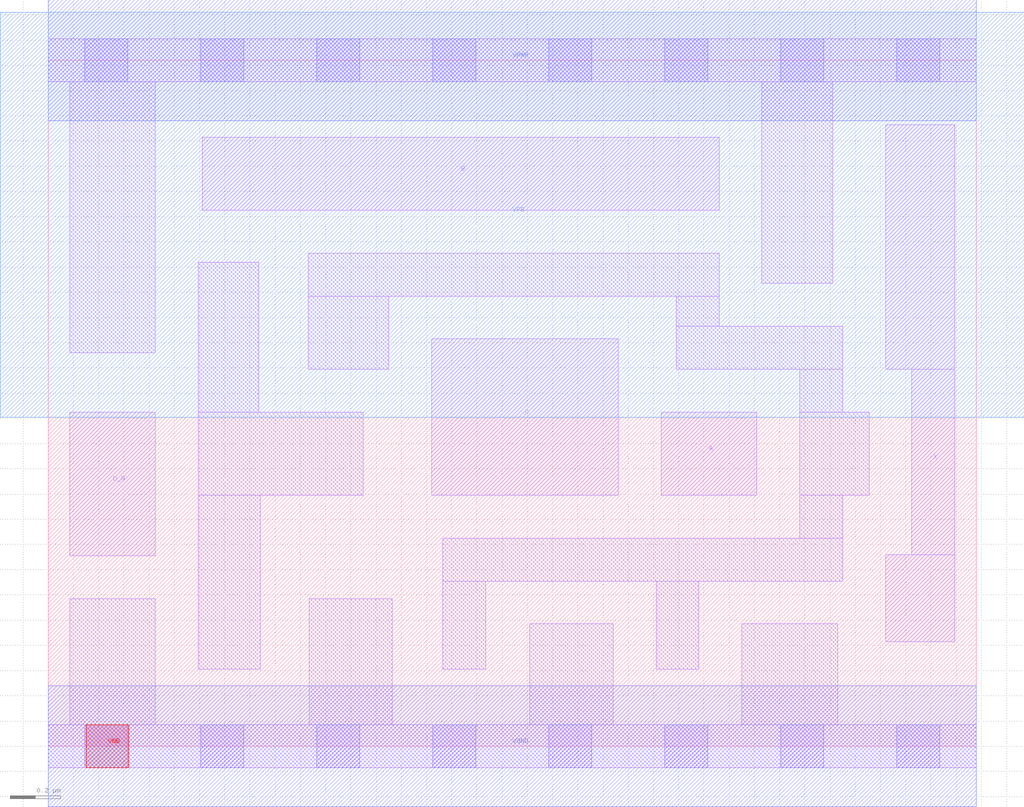
<source format=lef>
# Copyright 2020 The SkyWater PDK Authors
#
# Licensed under the Apache License, Version 2.0 (the "License");
# you may not use this file except in compliance with the License.
# You may obtain a copy of the License at
#
#     https://www.apache.org/licenses/LICENSE-2.0
#
# Unless required by applicable law or agreed to in writing, software
# distributed under the License is distributed on an "AS IS" BASIS,
# WITHOUT WARRANTIES OR CONDITIONS OF ANY KIND, either express or implied.
# See the License for the specific language governing permissions and
# limitations under the License.
#
# SPDX-License-Identifier: Apache-2.0

VERSION 5.7 ;
  NOWIREEXTENSIONATPIN ON ;
  DIVIDERCHAR "/" ;
  BUSBITCHARS "[]" ;
MACRO sky130_fd_sc_hd__or4b_1
  CLASS CORE ;
  FOREIGN sky130_fd_sc_hd__or4b_1 ;
  ORIGIN  0.000000  0.000000 ;
  SIZE  3.680000 BY  2.720000 ;
  SYMMETRY X Y R90 ;
  SITE unithd ;
  PIN A
    ANTENNAGATEAREA  0.126000 ;
    DIRECTION INPUT ;
    USE SIGNAL ;
    PORT
      LAYER li1 ;
        RECT 2.430000 0.995000 2.810000 1.325000 ;
    END
  END A
  PIN B
    ANTENNAGATEAREA  0.126000 ;
    DIRECTION INPUT ;
    USE SIGNAL ;
    PORT
      LAYER li1 ;
        RECT 0.610000 2.125000 2.660000 2.415000 ;
    END
  END B
  PIN C
    ANTENNAGATEAREA  0.126000 ;
    DIRECTION INPUT ;
    USE SIGNAL ;
    PORT
      LAYER li1 ;
        RECT 1.520000 0.995000 2.260000 1.615000 ;
    END
  END C
  PIN D_N
    ANTENNAGATEAREA  0.126000 ;
    DIRECTION INPUT ;
    USE SIGNAL ;
    PORT
      LAYER li1 ;
        RECT 0.085000 0.755000 0.425000 1.325000 ;
    END
  END D_N
  PIN X
    ANTENNADIFFAREA  0.453750 ;
    DIRECTION OUTPUT ;
    USE SIGNAL ;
    PORT
      LAYER li1 ;
        RECT 3.320000 0.415000 3.595000 0.760000 ;
        RECT 3.320000 1.495000 3.595000 2.465000 ;
        RECT 3.425000 0.760000 3.595000 1.495000 ;
    END
  END X
  PIN VGND
    DIRECTION INOUT ;
    SHAPE ABUTMENT ;
    USE GROUND ;
    PORT
      LAYER met1 ;
        RECT 0.000000 -0.240000 3.680000 0.240000 ;
    END
  END VGND
  PIN VNB
    DIRECTION INOUT ;
    USE GROUND ;
    PORT
      LAYER pwell ;
        RECT 0.150000 -0.085000 0.320000 0.085000 ;
    END
  END VNB
  PIN VPB
    DIRECTION INOUT ;
    USE POWER ;
    PORT
      LAYER nwell ;
        RECT -0.190000 1.305000 3.870000 2.910000 ;
    END
  END VPB
  PIN VPWR
    DIRECTION INOUT ;
    SHAPE ABUTMENT ;
    USE POWER ;
    PORT
      LAYER met1 ;
        RECT 0.000000 2.480000 3.680000 2.960000 ;
    END
  END VPWR
  OBS
    LAYER li1 ;
      RECT 0.000000 -0.085000 3.680000 0.085000 ;
      RECT 0.000000  2.635000 3.680000 2.805000 ;
      RECT 0.085000  0.085000 0.425000 0.585000 ;
      RECT 0.085000  1.560000 0.425000 2.635000 ;
      RECT 0.595000  0.305000 0.840000 0.995000 ;
      RECT 0.595000  0.995000 1.250000 1.325000 ;
      RECT 0.595000  1.325000 0.835000 1.920000 ;
      RECT 1.030000  1.495000 1.350000 1.785000 ;
      RECT 1.030000  1.785000 2.660000 1.955000 ;
      RECT 1.035000  0.085000 1.365000 0.585000 ;
      RECT 1.565000  0.305000 1.735000 0.655000 ;
      RECT 1.565000  0.655000 3.150000 0.825000 ;
      RECT 1.910000  0.085000 2.240000 0.485000 ;
      RECT 2.410000  0.305000 2.580000 0.655000 ;
      RECT 2.490000  1.495000 3.150000 1.665000 ;
      RECT 2.490000  1.665000 2.660000 1.785000 ;
      RECT 2.750000  0.085000 3.130000 0.485000 ;
      RECT 2.830000  1.835000 3.110000 2.635000 ;
      RECT 2.980000  0.825000 3.150000 0.995000 ;
      RECT 2.980000  0.995000 3.255000 1.325000 ;
      RECT 2.980000  1.325000 3.150000 1.495000 ;
    LAYER mcon ;
      RECT 0.145000 -0.085000 0.315000 0.085000 ;
      RECT 0.145000  2.635000 0.315000 2.805000 ;
      RECT 0.605000 -0.085000 0.775000 0.085000 ;
      RECT 0.605000  2.635000 0.775000 2.805000 ;
      RECT 1.065000 -0.085000 1.235000 0.085000 ;
      RECT 1.065000  2.635000 1.235000 2.805000 ;
      RECT 1.525000 -0.085000 1.695000 0.085000 ;
      RECT 1.525000  2.635000 1.695000 2.805000 ;
      RECT 1.985000 -0.085000 2.155000 0.085000 ;
      RECT 1.985000  2.635000 2.155000 2.805000 ;
      RECT 2.445000 -0.085000 2.615000 0.085000 ;
      RECT 2.445000  2.635000 2.615000 2.805000 ;
      RECT 2.905000 -0.085000 3.075000 0.085000 ;
      RECT 2.905000  2.635000 3.075000 2.805000 ;
      RECT 3.365000 -0.085000 3.535000 0.085000 ;
      RECT 3.365000  2.635000 3.535000 2.805000 ;
  END
END sky130_fd_sc_hd__or4b_1
END LIBRARY

</source>
